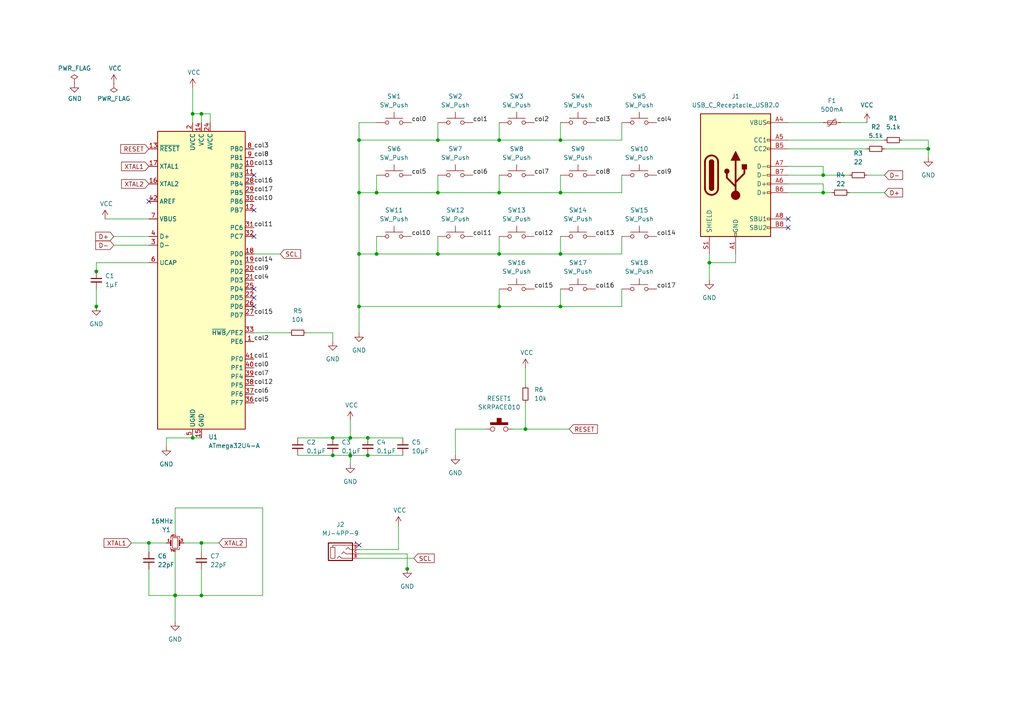
<source format=kicad_sch>
(kicad_sch (version 20211123) (generator eeschema)
  (paper "A4")
  (lib_symbols
    (symbol "Connector:USB_C_Receptacle_USB2.0" (pin_names (offset 1.016))
      (property "Reference" "J" (at -10.16 19.05 0))
      (property "Value" "USB_C_Receptacle_USB2.0" (at 19.05 19.05 0))
      (symbol "USB_C_Receptacle_USB2.0_0_0"
        (rectangle (start -0.254 -17.78) (end 0.254 -16.764))
        (rectangle (start 10.16 -14.986) (end 9.144 -15.494))
        (rectangle (start 10.16 -12.446) (end 9.144 -12.954))
        (rectangle (start 10.16 -4.826) (end 9.144 -5.334))
        (rectangle (start 10.16 -2.286) (end 9.144 -2.794))
        (rectangle (start 10.16 0.254) (end 9.144 -0.254))
        (rectangle (start 10.16 2.794) (end 9.144 2.286))
        (rectangle (start 10.16 7.874) (end 9.144 7.366))
        (rectangle (start 10.16 10.414) (end 9.144 9.906))
        (rectangle (start 10.16 15.494) (end 9.144 14.986))
      )
      (symbol "USB_C_Receptacle_USB2.0_0_1"
        (rectangle (start -10.16 17.78) (end 10.16 -17.78) (stroke (width 0.254)) (fill (type background)))
        (arc (start -8.89 -3.81) (mid -6.985 -5.715) (end -5.08 -3.81) (stroke (width 0.508)))
        (arc (start -7.62 -3.81) (mid -6.985 -4.445) (end -6.35 -3.81) (stroke (width 0.254)))
        (arc (start -7.62 -3.81) (mid -6.985 -4.445) (end -6.35 -3.81) (stroke (width 0.254)) (fill (type outline)))
        (rectangle (start -7.62 -3.81) (end -6.35 3.81) (stroke (width 0.254)) (fill (type outline)))
        (arc (start -6.35 3.81) (mid -6.985 4.445) (end -7.62 3.81) (stroke (width 0.254)))
        (arc (start -6.35 3.81) (mid -6.985 4.445) (end -7.62 3.81) (stroke (width 0.254)) (fill (type outline)))
        (arc (start -5.08 3.81) (mid -6.985 5.715) (end -8.89 3.81) (stroke (width 0.508)))
        (circle (center -2.54 1.143) (radius 0.635) (stroke (width 0.254)) (fill (type outline)))
        (circle (center 0 -5.842) (radius 1.27) (fill (type outline)))
        (polyline (pts (xy -8.89 -3.81) (xy -8.89 3.81)) (stroke (width 0.508)))
        (polyline (pts (xy -5.08 3.81) (xy -5.08 -3.81)) (stroke (width 0.508)))
        (polyline (pts (xy 0 -5.842) (xy 0 4.318)) (stroke (width 0.508)))
        (polyline (pts (xy 0 -3.302) (xy -2.54 -0.762) (xy -2.54 0.508)) (stroke (width 0.508)))
        (polyline (pts (xy 0 -2.032) (xy 2.54 0.508) (xy 2.54 1.778)) (stroke (width 0.508)))
        (polyline (pts (xy -1.27 4.318) (xy 0 6.858) (xy 1.27 4.318) (xy -1.27 4.318)) (stroke (width 0.254)) (fill (type outline)))
        (rectangle (start 1.905 1.778) (end 3.175 3.048) (stroke (width 0.254)) (fill (type outline)))
      )
      (symbol "USB_C_Receptacle_USB2.0_1_1"
        (pin passive line (at 0 -22.86 90) (length 5.08) (name "GND") (number "A1"))
        (pin passive line (at 0 -22.86 90) (length 5.08) hide (name "GND") (number "A12"))
        (pin passive line (at 15.24 15.24 180) (length 5.08) (name "VBUS") (number "A4"))
        (pin bidirectional line (at 15.24 10.16 180) (length 5.08) (name "CC1") (number "A5"))
        (pin bidirectional line (at 15.24 -2.54 180) (length 5.08) (name "D+") (number "A6"))
        (pin bidirectional line (at 15.24 2.54 180) (length 5.08) (name "D-") (number "A7"))
        (pin bidirectional line (at 15.24 -12.7 180) (length 5.08) (name "SBU1") (number "A8"))
        (pin passive line (at 15.24 15.24 180) (length 5.08) hide (name "VBUS") (number "A9"))
        (pin passive line (at 0 -22.86 90) (length 5.08) hide (name "GND") (number "B1"))
        (pin passive line (at 0 -22.86 90) (length 5.08) hide (name "GND") (number "B12"))
        (pin passive line (at 15.24 15.24 180) (length 5.08) hide (name "VBUS") (number "B4"))
        (pin bidirectional line (at 15.24 7.62 180) (length 5.08) (name "CC2") (number "B5"))
        (pin bidirectional line (at 15.24 -5.08 180) (length 5.08) (name "D+") (number "B6"))
        (pin bidirectional line (at 15.24 0 180) (length 5.08) (name "D-") (number "B7"))
        (pin bidirectional line (at 15.24 -15.24 180) (length 5.08) (name "SBU2") (number "B8"))
        (pin passive line (at 15.24 15.24 180) (length 5.08) hide (name "VBUS") (number "B9"))
        (pin passive line (at -7.62 -22.86 90) (length 5.08) (name "SHIELD") (number "S1"))
      )
    )
    (symbol "Device:C_Small" (pin_numbers hide) (pin_names (offset 0.254) hide)
      (property "Reference" "C" (at 0.254 1.778 0))
      (property "Value" "C_Small" (at 0.254 -2.032 0))
      (symbol "C_Small_0_1"
        (polyline (pts (xy -1.524 -0.508) (xy 1.524 -0.508)) (stroke (width 0.3302)))
        (polyline (pts (xy -1.524 0.508) (xy 1.524 0.508)) (stroke (width 0.3048)))
      )
      (symbol "C_Small_1_1"
        (pin passive line (at 0 2.54 270) (length 2.032) (name "~") (number "1"))
        (pin passive line (at 0 -2.54 90) (length 2.032) (name "~") (number "2"))
      )
    )
    (symbol "Device:Crystal_GND24_Small" (pin_names (offset 1.016) hide)
      (property "Reference" "Y" (at 1.27 4.445 0))
      (property "Value" "Crystal_GND24_Small" (at 1.27 2.54 0))
      (symbol "Crystal_GND24_Small_0_1"
        (rectangle (start -0.762 -1.524) (end 0.762 1.524))
        (polyline (pts (xy -1.27 -0.762) (xy -1.27 0.762)) (stroke (width 0.381)))
        (polyline (pts (xy 1.27 -0.762) (xy 1.27 0.762)) (stroke (width 0.381)))
        (polyline (pts (xy -1.27 -1.27) (xy -1.27 -1.905) (xy 1.27 -1.905) (xy 1.27 -1.27)))
        (polyline (pts (xy -1.27 1.27) (xy -1.27 1.905) (xy 1.27 1.905) (xy 1.27 1.27)))
      )
      (symbol "Crystal_GND24_Small_1_1"
        (pin passive line (at -2.54 0 0) (length 1.27) (name "1") (number "1"))
        (pin passive line (at 0 -2.54 90) (length 0.635) (name "2") (number "2"))
        (pin passive line (at 2.54 0 180) (length 1.27) (name "3") (number "3"))
        (pin passive line (at 0 2.54 270) (length 0.635) (name "4") (number "4"))
      )
    )
    (symbol "Device:Polyfuse_Small" (pin_numbers hide) (pin_names (offset 0))
      (property "Reference" "F" (at -1.905 0 90))
      (property "Value" "Polyfuse_Small" (at 1.905 0 90))
      (symbol "Polyfuse_Small_0_1"
        (rectangle (start -0.508 1.27) (end 0.508 -1.27))
        (polyline (pts (xy 0 2.54) (xy 0 -2.54)))
        (polyline (pts (xy -1.016 1.27) (xy -1.016 0.762) (xy 1.016 -0.762) (xy 1.016 -1.27)))
      )
      (symbol "Polyfuse_Small_1_1"
        (pin passive line (at 0 2.54 270) (length 0.635) (name "~") (number "1"))
        (pin passive line (at 0 -2.54 90) (length 0.635) (name "~") (number "2"))
      )
    )
    (symbol "Device:R_Small" (pin_numbers hide) (pin_names (offset 0.254) hide)
      (property "Reference" "R" (at 0.762 0.508 0))
      (property "Value" "R_Small" (at 0.762 -1.016 0))
      (symbol "R_Small_0_1"
        (rectangle (start -0.762 1.778) (end 0.762 -1.778) (stroke (width 0.2032)))
      )
      (symbol "R_Small_1_1"
        (pin passive line (at 0 2.54 270) (length 0.762) (name "~") (number "1"))
        (pin passive line (at 0 -2.54 90) (length 0.762) (name "~") (number "2"))
      )
    )
    (symbol "MCU_Microchip_ATmega:ATmega32U4-A"
      (property "Reference" "U" (at -12.7 44.45 0))
      (property "Value" "ATmega32U4-A" (at 2.54 -44.45 0))
      (symbol "ATmega32U4-A_0_1"
        (rectangle (start -12.7 -43.18) (end 12.7 43.18) (stroke (width 0.254)) (fill (type background)))
      )
      (symbol "ATmega32U4-A_1_1"
        (pin bidirectional line (at 15.24 -17.78 180) (length 2.54) (name "PE6") (number "1"))
        (pin bidirectional line (at 15.24 33.02 180) (length 2.54) (name "PB2") (number "10"))
        (pin bidirectional line (at 15.24 30.48 180) (length 2.54) (name "PB3") (number "11"))
        (pin bidirectional line (at 15.24 20.32 180) (length 2.54) (name "PB7") (number "12"))
        (pin input line (at -15.24 38.1 0) (length 2.54) (name "~{RESET}") (number "13"))
        (pin power_in line (at 0 45.72 270) (length 2.54) (name "VCC") (number "14"))
        (pin power_in line (at 0 -45.72 90) (length 2.54) (name "GND") (number "15"))
        (pin output line (at -15.24 27.94 0) (length 2.54) (name "XTAL2") (number "16"))
        (pin input line (at -15.24 33.02 0) (length 2.54) (name "XTAL1") (number "17"))
        (pin bidirectional line (at 15.24 7.62 180) (length 2.54) (name "PD0") (number "18"))
        (pin bidirectional line (at 15.24 5.08 180) (length 2.54) (name "PD1") (number "19"))
        (pin power_in line (at -2.54 45.72 270) (length 2.54) (name "UVCC") (number "2"))
        (pin bidirectional line (at 15.24 2.54 180) (length 2.54) (name "PD2") (number "20"))
        (pin bidirectional line (at 15.24 0 180) (length 2.54) (name "PD3") (number "21"))
        (pin bidirectional line (at 15.24 -5.08 180) (length 2.54) (name "PD5") (number "22"))
        (pin passive line (at 0 -45.72 90) (length 2.54) hide (name "GND") (number "23"))
        (pin power_in line (at 2.54 45.72 270) (length 2.54) (name "AVCC") (number "24"))
        (pin bidirectional line (at 15.24 -2.54 180) (length 2.54) (name "PD4") (number "25"))
        (pin bidirectional line (at 15.24 -7.62 180) (length 2.54) (name "PD6") (number "26"))
        (pin bidirectional line (at 15.24 -10.16 180) (length 2.54) (name "PD7") (number "27"))
        (pin bidirectional line (at 15.24 27.94 180) (length 2.54) (name "PB4") (number "28"))
        (pin bidirectional line (at 15.24 25.4 180) (length 2.54) (name "PB5") (number "29"))
        (pin bidirectional line (at -15.24 10.16 0) (length 2.54) (name "D-") (number "3"))
        (pin bidirectional line (at 15.24 22.86 180) (length 2.54) (name "PB6") (number "30"))
        (pin bidirectional line (at 15.24 15.24 180) (length 2.54) (name "PC6") (number "31"))
        (pin bidirectional line (at 15.24 12.7 180) (length 2.54) (name "PC7") (number "32"))
        (pin bidirectional line (at 15.24 -15.24 180) (length 2.54) (name "~{HWB}/PE2") (number "33"))
        (pin passive line (at 0 45.72 270) (length 2.54) hide (name "VCC") (number "34"))
        (pin passive line (at 0 -45.72 90) (length 2.54) hide (name "GND") (number "35"))
        (pin bidirectional line (at 15.24 -35.56 180) (length 2.54) (name "PF7") (number "36"))
        (pin bidirectional line (at 15.24 -33.02 180) (length 2.54) (name "PF6") (number "37"))
        (pin bidirectional line (at 15.24 -30.48 180) (length 2.54) (name "PF5") (number "38"))
        (pin bidirectional line (at 15.24 -27.94 180) (length 2.54) (name "PF4") (number "39"))
        (pin bidirectional line (at -15.24 12.7 0) (length 2.54) (name "D+") (number "4"))
        (pin bidirectional line (at 15.24 -25.4 180) (length 2.54) (name "PF1") (number "40"))
        (pin bidirectional line (at 15.24 -22.86 180) (length 2.54) (name "PF0") (number "41"))
        (pin passive line (at -15.24 22.86 0) (length 2.54) (name "AREF") (number "42"))
        (pin passive line (at 0 -45.72 90) (length 2.54) hide (name "GND") (number "43"))
        (pin passive line (at 2.54 45.72 270) (length 2.54) hide (name "AVCC") (number "44"))
        (pin passive line (at -2.54 -45.72 90) (length 2.54) (name "UGND") (number "5"))
        (pin passive line (at -15.24 5.08 0) (length 2.54) (name "UCAP") (number "6"))
        (pin input line (at -15.24 17.78 0) (length 2.54) (name "VBUS") (number "7"))
        (pin bidirectional line (at 15.24 38.1 180) (length 2.54) (name "PB0") (number "8"))
        (pin bidirectional line (at 15.24 35.56 180) (length 2.54) (name "PB1") (number "9"))
      )
    )
    (symbol "Switch:SW_Push" (pin_numbers hide) (pin_names (offset 1.016) hide)
      (property "Reference" "SW" (at 1.27 2.54 0))
      (property "Value" "SW_Push" (at 0 -1.524 0))
      (symbol "SW_Push_0_1"
        (circle (center -2.032 0) (radius 0.508))
        (polyline (pts (xy 0 1.27) (xy 0 3.048)))
        (polyline (pts (xy 2.54 1.27) (xy -2.54 1.27)))
        (circle (center 2.032 0) (radius 0.508))
        (pin passive line (at -5.08 0 0) (length 2.54) (name "1") (number "1"))
        (pin passive line (at 5.08 0 180) (length 2.54) (name "2") (number "2"))
      )
    )
    (symbol "foostan_kbd:MJ-4PP-9" (pin_names (offset 1.016))
      (property "Reference" "J" (at 0 3.81 0))
      (property "Value" "MJ-4PP-9" (at 0 -3.81 0))
      (symbol "MJ-4PP-9_0_1"
        (rectangle (start -1.905 -1.905) (end -3.175 1.27))
        (polyline (pts (xy -2.54 1.27) (xy -2.54 1.905) (xy 3.175 1.905)))
        (polyline (pts (xy -1.27 -1.905) (xy -0.635 -1.27) (xy 0 -1.905) (xy 3.175 -1.905)))
        (polyline (pts (xy 0 -0.635) (xy 0.635 0) (xy 1.27 -0.635) (xy 3.175 -0.635)))
        (polyline (pts (xy 1.27 0.635) (xy 1.905 1.27) (xy 2.54 0.635) (xy 3.175 0.635)))
        (rectangle (start 3.175 2.54) (end -3.81 -2.54) (stroke (width 0.3048)))
      )
      (symbol "MJ-4PP-9_1_1"
        (pin input line (at 5.08 1.905 180) (length 2.0066) (name "~") (number "A"))
        (pin input line (at 5.08 -1.905 180) (length 2.0066) (name "~") (number "B"))
        (pin input line (at 5.08 -0.635 180) (length 2.0066) (name "~") (number "C"))
        (pin input line (at 5.08 0.635 180) (length 2.0066) (name "~") (number "D"))
      )
    )
    (symbol "nosuz:SKRPACE010" (pin_numbers hide) (pin_names (offset 0) hide)
      (property "Reference" "SW" (at 3.175 3.81 0))
      (property "Value" "SKRPACE010" (at 0 -2.54 0))
      (symbol "SKRPACE010_0_1"
        (rectangle (start -2.54 1.27) (end 2.54 1.905) (fill (type outline)))
        (circle (center -1.905 0) (radius 0.635))
        (rectangle (start -0.635 1.905) (end 0.635 3.175) (fill (type outline)))
        (circle (center 1.905 0) (radius 0.635))
      )
      (symbol "SKRPACE010_1_1"
        (pin passive line (at -3.81 0 0) (length 1.27) (name "A") (number "1"))
        (pin passive line (at -3.81 0 0) (length 1.27) hide (name "B") (number "2"))
        (pin passive line (at 3.81 0 180) (length 1.27) (name "C") (number "3"))
        (pin passive line (at 3.81 0 180) (length 1.27) hide (name "D") (number "4"))
      )
    )
    (symbol "power:GND" (power) (pin_names (offset 0))
      (property "Value" "GND" (at 0 -3.81 0))
      (symbol "GND_0_1"
        (polyline (pts (xy 0 0) (xy 0 -1.27) (xy 1.27 -1.27) (xy 0 -2.54) (xy -1.27 -1.27) (xy 0 -1.27)))
      )
      (symbol "GND_1_1"
        (pin power_in line (at 0 0 270) (length 0) hide (name "GND") (number "1"))
      )
    )
    (symbol "power:PWR_FLAG" (power) (pin_numbers hide) (pin_names (offset 0) hide)
      (property "Value" "PWR_FLAG" (at 0 3.81 0))
      (symbol "PWR_FLAG_0_0"
        (pin power_out line (at 0 0 90) (length 0) (name "pwr") (number "1"))
      )
      (symbol "PWR_FLAG_0_1"
        (polyline (pts (xy 0 0) (xy 0 1.27) (xy -1.016 1.905) (xy 0 2.54) (xy 1.016 1.905) (xy 0 1.27)))
      )
    )
    (symbol "power:VCC" (power) (pin_names (offset 0))
      (property "Value" "VCC" (at 0 3.81 0))
      (symbol "VCC_0_1"
        (polyline (pts (xy -0.762 1.27) (xy 0 2.54)))
        (polyline (pts (xy 0 0) (xy 0 2.54)))
        (polyline (pts (xy 0 2.54) (xy 0.762 1.27)))
      )
      (symbol "VCC_1_1"
        (pin power_in line (at 0 0 90) (length 0) hide (name "VCC") (number "1"))
      )
    )
  )
  (junction (at 162.56 40.64))
  (junction (at 144.78 88.9))
  (junction (at 106.68 132.08))
  (junction (at 101.6 132.1653))
  (junction (at 127 40.64))
  (junction (at 109.22 73.66))
  (junction (at 50.8 172.6347))
  (junction (at 106.68 127))
  (junction (at 238.76 55.88))
  (junction (at 162.56 73.66))
  (junction (at 101.6 127))
  (junction (at 43.18 157.48))
  (junction (at 104.14 40.64))
  (junction (at 104.14 73.66))
  (junction (at 162.56 55.88))
  (junction (at 104.14 88.9))
  (junction (at 50.8 172.72))
  (junction (at 205.74 76.2))
  (junction (at 104.14 55.88))
  (junction (at 127 55.88))
  (junction (at 96.52 132.08))
  (junction (at 162.56 88.9))
  (junction (at 96.52 127))
  (junction (at 144.78 73.66))
  (junction (at 152.4 124.46))
  (junction (at 269.24 43.18))
  (junction (at 144.78 40.64))
  (junction (at 27.94 88.9))
  (junction (at 101.6 132.08))
  (junction (at 55.88 33.02))
  (junction (at 27.94 78.74))
  (junction (at 58.42 157.48))
  (junction (at 118.11 165.0147))
  (junction (at 238.76 50.8))
  (junction (at 55.88 127))
  (junction (at 58.42 33.02))
  (junction (at 109.22 55.88))
  (junction (at 127 73.66))
  (junction (at 58.42 172.72))
  (junction (at 144.78 55.88))
  (no_connect (at 228.6 66.04))
  (no_connect (at 228.6 63.5))
  (no_connect (at 73.66 83.82))
  (no_connect (at 73.66 86.36))
  (no_connect (at 73.66 88.9))
  (no_connect (at 73.66 68.58))
  (no_connect (at 104.14 158.115))
  (no_connect (at 73.66 60.96))
  (no_connect (at 73.66 50.8))
  (no_connect (at 43.18 58.42))
  (wire (pts (xy 109.22 55.88) (xy 104.14 55.88)))
  (wire (pts (xy 162.56 55.88) (xy 144.78 55.88)))
  (wire (pts (xy 55.88 33.02) (xy 55.88 35.56)))
  (wire (pts (xy 144.78 55.88) (xy 127 55.88)))
  (wire (pts (xy 180.34 68.58) (xy 180.34 73.66)))
  (wire (pts (xy 238.76 50.8) (xy 246.38 50.8)))
  (wire (pts (xy 162.56 83.82) (xy 162.56 88.9)))
  (wire (pts (xy 127 68.58) (xy 127 73.66)))
  (wire (pts (xy 104.14 40.64) (xy 104.14 55.88)))
  (wire (pts (xy 144.78 50.8) (xy 144.78 55.88)))
  (wire (pts (xy 152.4 106.68) (xy 152.4 111.76)))
  (wire (pts (xy 109.22 73.66) (xy 104.14 73.66)))
  (wire (pts (xy 118.11 165.0147) (xy 118.11 165.1)))
  (wire (pts (xy 30.48 63.5) (xy 43.18 63.5)))
  (wire (pts (xy 162.56 40.64) (xy 144.78 40.64)))
  (wire (pts (xy 148.59 124.46) (xy 152.4 124.46)))
  (wire (pts (xy 228.6 35.56) (xy 238.76 35.56)))
  (wire (pts (xy 132.08 124.46) (xy 132.08 132.08)))
  (wire (pts (xy 58.42 127) (xy 55.88 127)))
  (wire (pts (xy 162.56 68.58) (xy 162.56 73.66)))
  (wire (pts (xy 58.42 157.48) (xy 63.5 157.48)))
  (wire (pts (xy 243.84 35.56) (xy 251.46 35.56)))
  (wire (pts (xy 104.14 88.9) (xy 104.14 96.52)))
  (wire (pts (xy 162.56 50.8) (xy 162.56 55.88)))
  (wire (pts (xy 27.94 88.9) (xy 27.94 88.9853)))
  (wire (pts (xy 144.78 73.66) (xy 127 73.66)))
  (wire (pts (xy 132.08 124.46) (xy 140.97 124.46)))
  (wire (pts (xy 144.78 35.56) (xy 144.78 40.64)))
  (wire (pts (xy 76.2 147.32) (xy 76.2 172.72)))
  (wire (pts (xy 205.74 76.2) (xy 205.74 81.28)))
  (wire (pts (xy 58.42 157.48) (xy 58.42 160.02)))
  (wire (pts (xy 269.24 40.64) (xy 269.24 43.18)))
  (wire (pts (xy 228.6 48.26) (xy 238.76 48.26)))
  (wire (pts (xy 50.8 172.72) (xy 50.8 180.34)))
  (wire (pts (xy 115.57 159.385) (xy 115.57 152.4)))
  (wire (pts (xy 109.22 68.58) (xy 109.22 73.66)))
  (wire (pts (xy 50.8 154.94) (xy 50.8 147.32)))
  (wire (pts (xy 101.6 132.08) (xy 101.6 132.1653)))
  (wire (pts (xy 60.96 33.02) (xy 58.42 33.02)))
  (wire (pts (xy 180.34 83.82) (xy 180.34 88.9)))
  (wire (pts (xy 58.42 172.72) (xy 76.2 172.72)))
  (wire (pts (xy 180.34 55.88) (xy 162.56 55.88)))
  (wire (pts (xy 43.18 76.2) (xy 27.94 76.2)))
  (wire (pts (xy 261.62 40.64) (xy 269.24 40.64)))
  (wire (pts (xy 144.78 83.82) (xy 144.78 88.9)))
  (wire (pts (xy 251.46 50.8) (xy 256.54 50.8)))
  (wire (pts (xy 55.88 33.02) (xy 55.88 25.4)))
  (wire (pts (xy 162.56 73.66) (xy 144.78 73.66)))
  (wire (pts (xy 180.34 73.66) (xy 162.56 73.66)))
  (wire (pts (xy 101.6 127) (xy 106.68 127)))
  (wire (pts (xy 238.76 48.26) (xy 238.76 50.8)))
  (wire (pts (xy 27.94 78.74) (xy 27.94 78.8253)))
  (wire (pts (xy 43.18 157.48) (xy 48.26 157.48)))
  (wire (pts (xy 118.11 160.655) (xy 118.11 165.0147)))
  (wire (pts (xy 38.1 157.48) (xy 43.18 157.48)))
  (wire (pts (xy 27.94 83.82) (xy 27.94 88.9)))
  (wire (pts (xy 162.56 88.9) (xy 144.78 88.9)))
  (wire (pts (xy 180.34 35.56) (xy 180.34 40.64)))
  (wire (pts (xy 55.88 127) (xy 48.26 127)))
  (wire (pts (xy 180.34 50.8) (xy 180.34 55.88)))
  (wire (pts (xy 33.02 71.12) (xy 43.18 71.12)))
  (wire (pts (xy 86.36 127) (xy 96.52 127)))
  (wire (pts (xy 104.14 161.925) (xy 120.015 161.925)))
  (wire (pts (xy 213.36 76.2) (xy 205.74 76.2)))
  (wire (pts (xy 50.8 172.6347) (xy 50.8 172.72)))
  (wire (pts (xy 144.78 40.64) (xy 127 40.64)))
  (wire (pts (xy 43.18 157.48) (xy 43.18 160.02)))
  (wire (pts (xy 73.66 96.52) (xy 83.82 96.52)))
  (wire (pts (xy 152.4 116.84) (xy 152.4 124.46)))
  (wire (pts (xy 104.14 35.56) (xy 104.14 40.64)))
  (wire (pts (xy 50.8 172.72) (xy 58.42 172.72)))
  (wire (pts (xy 101.6 132.08) (xy 106.68 132.08)))
  (wire (pts (xy 109.22 35.56) (xy 104.14 35.56)))
  (wire (pts (xy 269.24 43.18) (xy 269.24 45.72)))
  (wire (pts (xy 228.6 50.8) (xy 238.76 50.8)))
  (wire (pts (xy 33.02 68.58) (xy 43.18 68.58)))
  (wire (pts (xy 50.8 147.32) (xy 76.2 147.32)))
  (wire (pts (xy 86.36 132.08) (xy 96.52 132.08)))
  (wire (pts (xy 205.74 73.66) (xy 205.74 76.2)))
  (wire (pts (xy 27.94 76.2) (xy 27.94 78.74)))
  (wire (pts (xy 53.34 157.48) (xy 58.42 157.48)))
  (wire (pts (xy 238.76 53.34) (xy 238.76 55.88)))
  (wire (pts (xy 101.6 121.92) (xy 101.6 127)))
  (wire (pts (xy 104.14 159.385) (xy 115.57 159.385)))
  (wire (pts (xy 96.52 96.52) (xy 96.52 99.06)))
  (wire (pts (xy 127 73.66) (xy 109.22 73.66)))
  (wire (pts (xy 180.34 40.64) (xy 162.56 40.64)))
  (wire (pts (xy 50.8 160.02) (xy 50.8 172.6347)))
  (wire (pts (xy 60.96 33.02) (xy 60.96 35.56)))
  (wire (pts (xy 162.56 35.56) (xy 162.56 40.64)))
  (wire (pts (xy 104.14 55.88) (xy 104.14 73.66)))
  (wire (pts (xy 96.52 132.08) (xy 101.6 132.08)))
  (wire (pts (xy 127 35.56) (xy 127 40.64)))
  (wire (pts (xy 104.14 73.66) (xy 104.14 88.9)))
  (wire (pts (xy 58.42 33.02) (xy 58.42 35.56)))
  (wire (pts (xy 58.42 33.02) (xy 55.88 33.02)))
  (wire (pts (xy 104.14 40.64) (xy 127 40.64)))
  (wire (pts (xy 228.6 43.18) (xy 251.46 43.18)))
  (wire (pts (xy 127 55.88) (xy 109.22 55.88)))
  (wire (pts (xy 109.22 50.8) (xy 109.22 55.88)))
  (wire (pts (xy 228.6 40.64) (xy 256.54 40.64)))
  (wire (pts (xy 180.34 88.9) (xy 162.56 88.9)))
  (wire (pts (xy 106.68 132.08) (xy 116.84 132.08)))
  (wire (pts (xy 152.4 124.46) (xy 165.1 124.46)))
  (wire (pts (xy 228.6 55.88) (xy 238.76 55.88)))
  (wire (pts (xy 106.68 127) (xy 116.84 127)))
  (wire (pts (xy 43.18 172.72) (xy 50.8 172.72)))
  (wire (pts (xy 88.9 96.52) (xy 96.52 96.52)))
  (wire (pts (xy 81.28 73.66) (xy 73.66 73.66)))
  (wire (pts (xy 96.52 127) (xy 101.6 127)))
  (wire (pts (xy 213.36 73.66) (xy 213.36 76.2)))
  (wire (pts (xy 256.54 43.18) (xy 269.24 43.18)))
  (wire (pts (xy 246.38 55.88) (xy 256.54 55.88)))
  (wire (pts (xy 48.26 127) (xy 48.26 129.54)))
  (wire (pts (xy 58.42 165.1) (xy 58.42 172.72)))
  (wire (pts (xy 127 50.8) (xy 127 55.88)))
  (wire (pts (xy 228.6 53.34) (xy 238.76 53.34)))
  (wire (pts (xy 104.14 160.655) (xy 118.11 160.655)))
  (wire (pts (xy 101.6 134.62) (xy 101.6 132.1653)))
  (wire (pts (xy 144.78 68.58) (xy 144.78 73.66)))
  (wire (pts (xy 238.76 55.88) (xy 241.3 55.88)))
  (wire (pts (xy 43.18 165.1) (xy 43.18 172.72)))
  (wire (pts (xy 144.78 88.9) (xy 104.14 88.9)))
  (label "col11" (at 73.66 66.04 0))
  (label "col9" (at 190.5 50.8 0))
  (label "col1" (at 73.66 104.14 0))
  (label "col3" (at 73.66 43.18 0))
  (label "col5" (at 119.38 50.8 0))
  (label "col2" (at 154.94 35.56 0))
  (label "col4" (at 190.5 35.56 0))
  (label "col5" (at 73.66 116.84 0))
  (label "col14" (at 190.5 68.58 0))
  (label "col13" (at 172.72 68.58 0))
  (label "col15" (at 154.94 83.82 0))
  (label "col13" (at 73.66 48.26 0))
  (label "col7" (at 154.94 50.8 0))
  (label "col12" (at 154.94 68.58 0))
  (label "col6" (at 73.66 114.3 0))
  (label "col6" (at 137.16 50.8 0))
  (label "col16" (at 172.72 83.82 0))
  (label "col10" (at 73.66 58.42 0))
  (label "col17" (at 73.66 55.88 0))
  (label "col8" (at 172.72 50.8 0))
  (label "col9" (at 73.66 78.74 0))
  (label "col16" (at 73.66 53.34 0))
  (label "col4" (at 73.66 81.28 0))
  (label "col17" (at 190.5 83.82 0))
  (label "col14" (at 73.66 76.2 0))
  (label "col0" (at 119.38 35.56 0))
  (label "col11" (at 137.16 68.58 0))
  (label "col1" (at 137.16 35.56 0))
  (label "col12" (at 73.66 111.76 0))
  (label "col8" (at 73.66 45.72 0))
  (label "col3" (at 172.72 35.56 0))
  (label "col2" (at 73.66 99.06 0))
  (label "col0" (at 73.66 106.68 0))
  (label "col7" (at 73.66 109.22 0))
  (label "col15" (at 73.66 91.44 0))
  (label "col10" (at 119.38 68.58 0))
  (global_label "D+" (shape input) (at 256.54 55.88 0) (property "シート間のリファレンス" "${INTERSHEET_REFS}" (effects hide)))
  (global_label "D-" (shape input) (at 256.54 50.8 0) (property "シート間のリファレンス" "${INTERSHEET_REFS}" (effects hide)))
  (global_label "XTAL2" (shape input) (at 63.5 157.48 0) (property "シート間のリファレンス" "${INTERSHEET_REFS}" (effects hide)))
  (global_label "SCL" (shape input) (at 81.28 73.66 0) (property "シート間のリファレンス" "${INTERSHEET_REFS}" (effects hide)))
  (global_label "SCL" (shape input) (at 120.015 161.925 0) (property "シート間のリファレンス" "${INTERSHEET_REFS}" (effects hide)))
  (global_label "XTAL1" (shape input) (at 38.1 157.48 180) (property "シート間のリファレンス" "${INTERSHEET_REFS}" (effects hide)))
  (global_label "RESET" (shape input) (at 165.1 124.46 0) (property "シート間のリファレンス" "${INTERSHEET_REFS}" (effects hide)))
  (global_label "XTAL2" (shape input) (at 43.18 53.34 180) (property "シート間のリファレンス" "${INTERSHEET_REFS}" (effects hide)))
  (global_label "RESET" (shape input) (at 43.18 43.18 180) (property "シート間のリファレンス" "${INTERSHEET_REFS}" (effects hide)))
  (global_label "D+" (shape input) (at 33.02 68.58 180) (property "シート間のリファレンス" "${INTERSHEET_REFS}" (effects hide)))
  (global_label "D-" (shape input) (at 33.02 71.12 180) (property "シート間のリファレンス" "${INTERSHEET_REFS}" (effects hide)))
  (global_label "XTAL1" (shape input) (at 43.18 48.26 180) (property "シート間のリファレンス" "${INTERSHEET_REFS}" (effects hide)))
  (symbol (lib_id "power:GND") (at 96.52 99.06 0) (unit 1)
    (property "Reference" "#PWR010" (effects hide))
    (property "Value" "GND" (at 96.52 104.14 0))
  )
  (symbol (lib_id "Device:R_Small") (at 248.92 50.8 90) (unit 1)
    (property "Reference" "R3" (at 248.92 44.45 90))
    (property "Value" "22" (at 248.92 46.99 90))
    (property "Footprint" "Resistor_SMD:R_0805_2012Metric" (effects hide))
    (property "LCSC" "C17561" (effects hide))
  )
  (symbol (lib_id "Switch:SW_Push") (at 114.3 68.58 0) (unit 1)
    (property "Reference" "SW11" (at 114.3 60.96 0))
    (property "Value" "SW_Push" (at 114.3 63.5 0))
    (property "Footprint" "split mini:CherryMX_Hotswap" (effects hide))
  )
  (symbol (lib_id "Switch:SW_Push") (at 185.42 35.56 0) (unit 1)
    (property "Reference" "SW5" (at 185.42 27.94 0))
    (property "Value" "SW_Push" (at 185.42 30.48 0))
    (property "Footprint" "split mini:CherryMX_Hotswap" (effects hide))
  )
  (symbol (lib_id "power:GND") (at 205.74 81.28 0) (unit 1)
    (property "Reference" "#PWR07" (effects hide))
    (property "Value" "GND" (at 205.74 86.36 0))
  )
  (symbol (lib_id "Switch:SW_Push") (at 149.86 35.56 0) (unit 1)
    (property "Reference" "SW3" (at 149.86 27.94 0))
    (property "Value" "SW_Push" (at 149.86 30.48 0))
    (property "Footprint" "split mini:CherryMX_Hotswap" (effects hide))
  )
  (symbol (lib_id "Switch:SW_Push") (at 167.64 83.82 0) (unit 1)
    (property "Reference" "SW17" (at 167.64 76.2 0))
    (property "Value" "SW_Push" (at 167.64 78.74 0))
    (property "Footprint" "split mini:CherryMX_Hotswap" (effects hide))
  )
  (symbol (lib_id "power:GND") (at 132.08 132.08 0) (unit 1)
    (property "Reference" "#PWR014" (effects hide))
    (property "Value" "GND" (at 132.08 137.16 0))
  )
  (symbol (lib_id "Switch:SW_Push") (at 167.64 50.8 0) (unit 1)
    (property "Reference" "SW9" (at 167.64 43.18 0))
    (property "Value" "SW_Push" (at 167.64 45.72 0))
    (property "Footprint" "split mini:CherryMX_Hotswap" (effects hide))
  )
  (symbol (lib_id "Device:C_Small") (at 43.18 162.56 180) (unit 1)
    (property "Reference" "C6" (at 45.72 161.2835 0) (effects (justify right)))
    (property "Value" "22pF" (at 45.72 163.8235 0) (effects (justify right)))
    (property "Footprint" "Capacitor_SMD:C_0805_2012Metric" (effects hide))
    (property "LCSC" "C1804" (effects hide))
  )
  (symbol (lib_id "Switch:SW_Push") (at 149.86 50.8 0) (unit 1)
    (property "Reference" "SW8" (at 149.86 43.18 0))
    (property "Value" "SW_Push" (at 149.86 45.72 0))
    (property "Footprint" "split mini:CherryMX_Hotswap" (effects hide))
  )
  (symbol (lib_id "Device:R_Small") (at 254 43.18 90) (unit 1)
    (property "Reference" "R2" (at 254 36.83 90))
    (property "Value" "5.1k" (at 254 39.37 90))
    (property "Footprint" "Resistor_SMD:R_0805_2012Metric" (effects hide))
    (property "LCSC" "C17561" (effects hide))
  )
  (symbol (lib_id "Switch:SW_Push") (at 132.08 68.58 0) (unit 1)
    (property "Reference" "SW12" (at 132.08 60.96 0))
    (property "Value" "SW_Push" (at 132.08 63.5 0))
    (property "Footprint" "split mini:CherryMX_Hotswap" (effects hide))
  )
  (symbol (lib_id "Device:R_Small") (at 86.36 96.52 90) (unit 1)
    (property "Reference" "R5" (at 86.36 90.17 90))
    (property "Value" "10k" (at 86.36 92.71 90))
    (property "Footprint" "Resistor_SMD:R_0805_2012Metric" (effects hide))
    (property "LCSC" "C17414" (effects hide))
  )
  (symbol (lib_id "Device:C_Small") (at 27.94 81.28 0) (unit 1)
    (property "Reference" "C1" (at 30.48 80.0162 0) (effects (justify left)))
    (property "Value" "1μF" (at 30.48 82.5562 0) (effects (justify left)))
    (property "Footprint" "Capacitor_SMD:C_0805_2012Metric" (effects hide))
    (property "LCSC" "C28323" (effects hide))
  )
  (symbol (lib_id "Switch:SW_Push") (at 185.42 83.82 0) (unit 1)
    (property "Reference" "SW18" (at 185.42 76.2 0))
    (property "Value" "SW_Push" (at 185.42 78.74 0))
    (property "Footprint" "split mini:CherryMX_Hotswap" (effects hide))
  )
  (symbol (lib_id "power:GND") (at 27.94 88.9 0) (unit 1)
    (property "Reference" "#PWR08" (effects hide))
    (property "Value" "GND" (at 27.94 93.98 0))
  )
  (symbol (lib_id "Device:C_Small") (at 106.68 129.54 0) (unit 1)
    (property "Reference" "C4" (at 109.22 128.2762 0) (effects (justify left)))
    (property "Value" "0.1μF" (at 109.22 130.8162 0) (effects (justify left)))
    (property "Footprint" "Capacitor_SMD:C_0805_2012Metric" (effects hide))
    (property "LCSC" "C49678" (effects hide))
  )
  (symbol (lib_id "power:VCC") (at 30.48 63.5 0) (unit 1)
    (property "Reference" "#PWR06" (effects hide))
    (property "Value" "VCC" (at 30.861 59.1058 0))
  )
  (symbol (lib_id "power:GND") (at 104.14 96.52 0) (unit 1)
    (property "Reference" "#PWR09" (effects hide))
    (property "Value" "GND" (at 104.14 101.6 0))
  )
  (symbol (lib_id "power:PWR_FLAG") (at 33.02 24.2153 180) (unit 1)
    (property "Reference" "#FLG02" (effects hide))
    (property "Value" "PWR_FLAG" (at 33.02 28.6095 0))
  )
  (symbol (lib_id "Switch:SW_Push") (at 114.3 35.56 0) (unit 1)
    (property "Reference" "SW1" (at 114.3 27.94 0))
    (property "Value" "SW_Push" (at 114.3 30.48 0))
    (property "Footprint" "split mini:CherryMX_Hotswap" (effects hide))
  )
  (symbol (lib_id "Switch:SW_Push") (at 149.86 83.82 0) (unit 1)
    (property "Reference" "SW16" (at 149.86 76.2 0))
    (property "Value" "SW_Push" (at 149.86 78.74 0))
    (property "Footprint" "split mini:CherryMX_Hotswap" (effects hide))
  )
  (symbol (lib_id "power:GND") (at 269.24 45.72 0) (unit 1)
    (property "Reference" "#PWR05" (effects hide))
    (property "Value" "GND" (at 269.24 50.8 0))
  )
  (symbol (lib_id "power:GND") (at 118.11 165.0147 0) (unit 1)
    (property "Reference" "#PWR017" (effects hide))
    (property "Value" "GND" (at 118.11 170.0947 0))
  )
  (symbol (lib_id "Device:R_Small") (at 243.84 55.88 90) (unit 1)
    (property "Reference" "R4" (at 243.84 50.8 90))
    (property "Value" "22" (at 243.84 53.34 90))
    (property "Footprint" "Resistor_SMD:R_0805_2012Metric" (effects hide))
    (property "LCSC" "C17561" (effects hide))
  )
  (symbol (lib_id "power:VCC") (at 101.6 121.92 0) (unit 1)
    (property "Reference" "#PWR012" (effects hide))
    (property "Value" "VCC" (at 101.981 117.5258 0))
  )
  (symbol (lib_id "Device:R_Small") (at 152.4 114.3 0) (unit 1)
    (property "Reference" "R6" (at 154.94 113.0299 0) (effects (justify left)))
    (property "Value" "10k" (at 154.94 115.5699 0) (effects (justify left)))
    (property "Footprint" "Resistor_SMD:R_0805_2012Metric" (effects hide))
    (property "LCSC" "C17414" (effects hide))
  )
  (symbol (lib_id "Device:Crystal_GND24_Small") (at 50.8 157.48 0) (unit 1)
    (property "Reference" "Y1" (at 48.26 153.67 0))
    (property "Value" "16MHz" (at 46.99 151.13 0))
    (property "Footprint" "Crystal:Crystal_SMD_SeikoEpson_FA238-4Pin_3.2x2.5mm_HandSoldering" (effects hide))
    (property "LCSC" "C13738" (effects hide))
  )
  (symbol (lib_id "Switch:SW_Push") (at 167.64 68.58 0) (unit 1)
    (property "Reference" "SW14" (at 167.64 60.96 0))
    (property "Value" "SW_Push" (at 167.64 63.5 0))
    (property "Footprint" "split mini:CherryMX_Hotswap" (effects hide))
  )
  (symbol (lib_id "power:GND") (at 50.8 180.34 0) (unit 1)
    (property "Reference" "#PWR018" (effects hide))
    (property "Value" "GND" (at 50.8 185.42 0))
  )
  (symbol (lib_id "nosuz:SKRPACE010") (at 144.78 124.46 0) (unit 1)
    (property "Reference" "RESET1" (at 144.78 115.57 0))
    (property "Value" "SKRPACE010" (at 144.78 118.11 0))
    (property "Footprint" "nosuz:SKRPAxE010" (effects hide))
    (property "Datasheet" "https://tech.alpsalpine.com/prod/j/html/tact/surfacemount/skrp/skrpabe010.html" (effects hide))
  )
  (symbol (lib_id "power:GND") (at 48.26 129.54 0) (unit 1)
    (property "Reference" "#PWR013" (effects hide))
    (property "Value" "GND" (at 48.26 134.62 0))
  )
  (symbol (lib_id "Switch:SW_Push") (at 132.08 50.8 0) (unit 1)
    (property "Reference" "SW7" (at 132.08 43.18 0))
    (property "Value" "SW_Push" (at 132.08 45.72 0))
    (property "Footprint" "split mini:CherryMX_Hotswap" (effects hide))
  )
  (symbol (lib_id "Device:C_Small") (at 96.52 129.54 0) (unit 1)
    (property "Reference" "C3" (at 99.06 128.2762 0) (effects (justify left)))
    (property "Value" "0.1μF" (at 99.06 130.8162 0) (effects (justify left)))
    (property "Footprint" "Capacitor_SMD:C_0805_2012Metric" (effects hide))
    (property "LCSC" "C49678" (effects hide))
  )
  (symbol (lib_id "Switch:SW_Push") (at 149.86 68.58 0) (unit 1)
    (property "Reference" "SW13" (at 149.86 60.96 0))
    (property "Value" "SW_Push" (at 149.86 63.5 0))
    (property "Footprint" "split mini:CherryMX_Hotswap" (effects hide))
  )
  (symbol (lib_id "power:VCC") (at 55.88 25.4 0) (unit 1)
    (property "Reference" "#PWR03" (effects hide))
    (property "Value" "VCC" (at 56.261 21.0058 0))
  )
  (symbol (lib_id "power:GND") (at 21.59 24.2153 0) (unit 1)
    (property "Reference" "#PWR01" (effects hide))
    (property "Value" "GND" (at 21.717 28.6095 0))
  )
  (symbol (lib_id "Switch:SW_Push") (at 132.08 35.56 0) (unit 1)
    (property "Reference" "SW2" (at 132.08 27.94 0))
    (property "Value" "SW_Push" (at 132.08 30.48 0))
    (property "Footprint" "split mini:CherryMX_Hotswap" (effects hide))
  )
  (symbol (lib_id "Device:Polyfuse_Small") (at 241.3 35.56 90) (unit 1)
    (property "Reference" "F1" (at 241.3 29.21 90))
    (property "Value" "500mA" (at 241.3 31.75 90))
    (property "Footprint" "Fuse:Fuse_1206_3216Metric" (effects hide))
    (property "LCSC" "C883125" (effects hide))
  )
  (symbol (lib_id "Device:C_Small") (at 58.42 162.56 0) (mirror y) (unit 1)
    (property "Reference" "C7" (at 60.96 161.2962 0) (effects (justify right)))
    (property "Value" "22pF" (at 60.96 163.8362 0) (effects (justify right)))
    (property "Footprint" "Capacitor_SMD:C_0805_2012Metric" (effects hide))
    (property "LCSC" "C1804" (effects hide))
  )
  (symbol (lib_id "Switch:SW_Push") (at 185.42 68.58 0) (unit 1)
    (property "Reference" "SW15" (at 185.42 60.96 0))
    (property "Value" "SW_Push" (at 185.42 63.5 0))
    (property "Footprint" "split mini:CherryMX_Hotswap" (effects hide))
  )
  (symbol (lib_id "power:VCC") (at 152.4 106.68 0) (unit 1)
    (property "Reference" "#PWR011" (effects hide))
    (property "Value" "VCC" (at 152.781 102.2858 0))
  )
  (symbol (lib_id "Device:R_Small") (at 259.08 40.64 90) (unit 1)
    (property "Reference" "R1" (at 259.08 34.29 90))
    (property "Value" "5.1k" (at 259.08 36.83 90))
    (property "Footprint" "Resistor_SMD:R_0805_2012Metric" (effects hide))
    (property "LCSC" "C17561" (effects hide))
  )
  (symbol (lib_id "Switch:SW_Push") (at 167.64 35.56 0) (unit 1)
    (property "Reference" "SW4" (at 167.64 27.94 0))
    (property "Value" "SW_Push" (at 167.64 30.48 0))
    (property "Footprint" "split mini:CherryMX_Hotswap" (effects hide))
  )
  (symbol (lib_id "Connector:USB_C_Receptacle_USB2.0") (at 213.36 50.8 0) (unit 1)
    (property "Reference" "J1" (at 213.36 27.94 0))
    (property "Value" "USB_C_Receptacle_USB2.0" (at 213.36 30.48 0))
    (property "Footprint" "split mini:USB_C_Receptacle_Neltron_5077CR-16SMC2" (effects hide))
    (property "Datasheet" "https://www.usb.org/sites/default/files/documents/usb_type-c.zip" (effects hide))
  )
  (symbol (lib_id "foostan_kbd:MJ-4PP-9") (at 99.06 160.02 0) (unit 1)
    (property "Reference" "J2" (at 98.7425 152.146 0))
    (property "Value" "MJ-4PP-9" (at 98.7425 154.686 0))
    (property "Footprint" "split mini:MJ-4PP-9_1side" (effects hide))
  )
  (symbol (lib_id "power:VCC") (at 251.46 35.56 0) (unit 1)
    (property "Reference" "#PWR04" (effects hide))
    (property "Value" "VCC" (at 251.46 30.48 0))
  )
  (symbol (lib_id "power:PWR_FLAG") (at 21.59 24.2153 0) (unit 1)
    (property "Reference" "#FLG01" (effects hide))
    (property "Value" "PWR_FLAG" (at 21.59 19.8211 0))
  )
  (symbol (lib_id "power:GND") (at 101.6 134.62 0) (unit 1)
    (property "Reference" "#PWR015" (effects hide))
    (property "Value" "GND" (at 101.6 139.7 0))
  )
  (symbol (lib_id "Device:C_Small") (at 86.36 129.54 0) (unit 1)
    (property "Reference" "C2" (at 88.9 128.2762 0) (effects (justify left)))
    (property "Value" "0.1μF" (at 88.9 130.8162 0) (effects (justify left)))
    (property "Footprint" "Capacitor_SMD:C_0805_2012Metric" (effects hide))
    (property "LCSC" "C49678" (effects hide))
  )
  (symbol (lib_id "Switch:SW_Push") (at 185.42 50.8 0) (unit 1)
    (property "Reference" "SW10" (at 185.42 43.18 0))
    (property "Value" "SW_Push" (at 185.42 45.72 0))
    (property "Footprint" "split mini:CherryMX_Hotswap" (effects hide))
  )
  (symbol (lib_id "power:VCC") (at 115.57 152.4 0) (unit 1)
    (property "Reference" "#PWR016" (effects hide))
    (property "Value" "VCC" (at 115.951 148.0058 0))
  )
  (symbol (lib_id "MCU_Microchip_ATmega:ATmega32U4-A") (at 58.42 81.28 0) (unit 1)
    (property "Reference" "U1" (at 60.4394 126.746 0) (effects (justify left)))
    (property "Value" "ATmega32U4-A" (at 60.4394 129.286 0) (effects (justify left)))
    (property "Footprint" "Package_QFP:LQFP-44_10x10mm_P0.8mm" (effects hide))
    (property "Datasheet" "http://ww1.microchip.com/downloads/en/DeviceDoc/Atmel-7766-8-bit-AVR-ATmega16U4-32U4_Datasheet.pdf" (effects hide))
  )
  (symbol (lib_id "Device:C_Small") (at 116.84 129.54 0) (unit 1)
    (property "Reference" "C5" (at 119.38 128.2762 0) (effects (justify left)))
    (property "Value" "10μF" (at 119.38 130.8162 0) (effects (justify left)))
    (property "Footprint" "Capacitor_SMD:C_0805_2012Metric" (effects hide))
    (property "LCSC" "C440198" (effects hide))
  )
  (symbol (lib_id "power:VCC") (at 33.02 24.2153 0) (unit 1)
    (property "Reference" "#PWR02" (effects hide))
    (property "Value" "VCC" (at 33.401 19.8211 0))
  )
  (symbol (lib_id "Switch:SW_Push") (at 114.3 50.8 0) (unit 1)
    (property "Reference" "SW6" (at 114.3 43.18 0))
    (property "Value" "SW_Push" (at 114.3 45.72 0))
    (property "Footprint" "split mini:CherryMX_Hotswap" (effects hide))
  )
)
</source>
